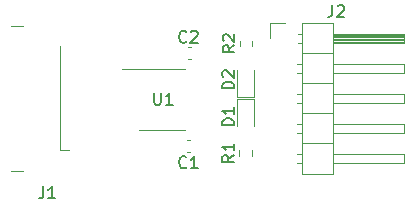
<source format=gbr>
%TF.GenerationSoftware,KiCad,Pcbnew,(5.1.10)-1*%
%TF.CreationDate,2021-10-08T00:02:28+08:00*%
%TF.ProjectId,Usb-ttl,5573622d-7474-46c2-9e6b-696361645f70,rev?*%
%TF.SameCoordinates,Original*%
%TF.FileFunction,Legend,Top*%
%TF.FilePolarity,Positive*%
%FSLAX46Y46*%
G04 Gerber Fmt 4.6, Leading zero omitted, Abs format (unit mm)*
G04 Created by KiCad (PCBNEW (5.1.10)-1) date 2021-10-08 00:02:28*
%MOMM*%
%LPD*%
G01*
G04 APERTURE LIST*
%ADD10C,0.120000*%
%ADD11C,0.150000*%
%ADD12O,1.800000X1.800000*%
%ADD13O,3.600000X2.000000*%
%ADD14C,1.200000*%
G04 APERTURE END LIST*
D10*
%TO.C,D2*%
X120435000Y-91897500D02*
X120435000Y-89612500D01*
X118965000Y-91897500D02*
X120435000Y-91897500D01*
X118965000Y-89612500D02*
X118965000Y-91897500D01*
%TO.C,D1*%
X120435000Y-94325000D02*
X120435000Y-92040000D01*
X120435000Y-92040000D02*
X118965000Y-92040000D01*
X118965000Y-92040000D02*
X118965000Y-94325000D01*
%TO.C,U1*%
X112650000Y-94660000D02*
X114600000Y-94660000D01*
X112650000Y-94660000D02*
X110700000Y-94660000D01*
X112650000Y-89540000D02*
X114600000Y-89540000D01*
X112650000Y-89540000D02*
X109200000Y-89540000D01*
%TO.C,R2*%
X119202500Y-87112742D02*
X119202500Y-87587258D01*
X120247500Y-87112742D02*
X120247500Y-87587258D01*
%TO.C,R1*%
X120222500Y-96862258D02*
X120222500Y-96387742D01*
X119177500Y-96862258D02*
X119177500Y-96387742D01*
%TO.C,J2*%
X121730000Y-85650000D02*
X123000000Y-85650000D01*
X121730000Y-86920000D02*
X121730000Y-85650000D01*
X124042929Y-97460000D02*
X124440000Y-97460000D01*
X124042929Y-96700000D02*
X124440000Y-96700000D01*
X133100000Y-97460000D02*
X127100000Y-97460000D01*
X133100000Y-96700000D02*
X133100000Y-97460000D01*
X127100000Y-96700000D02*
X133100000Y-96700000D01*
X124440000Y-95810000D02*
X127100000Y-95810000D01*
X124042929Y-94920000D02*
X124440000Y-94920000D01*
X124042929Y-94160000D02*
X124440000Y-94160000D01*
X133100000Y-94920000D02*
X127100000Y-94920000D01*
X133100000Y-94160000D02*
X133100000Y-94920000D01*
X127100000Y-94160000D02*
X133100000Y-94160000D01*
X124440000Y-93270000D02*
X127100000Y-93270000D01*
X124042929Y-92380000D02*
X124440000Y-92380000D01*
X124042929Y-91620000D02*
X124440000Y-91620000D01*
X133100000Y-92380000D02*
X127100000Y-92380000D01*
X133100000Y-91620000D02*
X133100000Y-92380000D01*
X127100000Y-91620000D02*
X133100000Y-91620000D01*
X124440000Y-90730000D02*
X127100000Y-90730000D01*
X124042929Y-89840000D02*
X124440000Y-89840000D01*
X124042929Y-89080000D02*
X124440000Y-89080000D01*
X133100000Y-89840000D02*
X127100000Y-89840000D01*
X133100000Y-89080000D02*
X133100000Y-89840000D01*
X127100000Y-89080000D02*
X133100000Y-89080000D01*
X124440000Y-88190000D02*
X127100000Y-88190000D01*
X124110000Y-87300000D02*
X124440000Y-87300000D01*
X124110000Y-86540000D02*
X124440000Y-86540000D01*
X127100000Y-87200000D02*
X133100000Y-87200000D01*
X127100000Y-87080000D02*
X133100000Y-87080000D01*
X127100000Y-86960000D02*
X133100000Y-86960000D01*
X127100000Y-86840000D02*
X133100000Y-86840000D01*
X127100000Y-86720000D02*
X133100000Y-86720000D01*
X127100000Y-86600000D02*
X133100000Y-86600000D01*
X133100000Y-87300000D02*
X127100000Y-87300000D01*
X133100000Y-86540000D02*
X133100000Y-87300000D01*
X127100000Y-86540000D02*
X133100000Y-86540000D01*
X127100000Y-85590000D02*
X124440000Y-85590000D01*
X127100000Y-98410000D02*
X127100000Y-85590000D01*
X124440000Y-98410000D02*
X127100000Y-98410000D01*
X124440000Y-85590000D02*
X124440000Y-98410000D01*
%TO.C,J1*%
X104020000Y-96400000D02*
X104020000Y-87600000D01*
X100850000Y-98145000D02*
X99800000Y-98145000D01*
X100850000Y-85855000D02*
X99800000Y-85855000D01*
X104020000Y-96400000D02*
X104775000Y-96400000D01*
%TO.C,C2*%
X115090580Y-87665000D02*
X114809420Y-87665000D01*
X115090580Y-88685000D02*
X114809420Y-88685000D01*
%TO.C,C1*%
X114990580Y-95515000D02*
X114709420Y-95515000D01*
X114990580Y-96535000D02*
X114709420Y-96535000D01*
%TO.C,D2*%
D11*
X118722380Y-91150595D02*
X117722380Y-91150595D01*
X117722380Y-90912500D01*
X117770000Y-90769642D01*
X117865238Y-90674404D01*
X117960476Y-90626785D01*
X118150952Y-90579166D01*
X118293809Y-90579166D01*
X118484285Y-90626785D01*
X118579523Y-90674404D01*
X118674761Y-90769642D01*
X118722380Y-90912500D01*
X118722380Y-91150595D01*
X117817619Y-90198214D02*
X117770000Y-90150595D01*
X117722380Y-90055357D01*
X117722380Y-89817261D01*
X117770000Y-89722023D01*
X117817619Y-89674404D01*
X117912857Y-89626785D01*
X118008095Y-89626785D01*
X118150952Y-89674404D01*
X118722380Y-90245833D01*
X118722380Y-89626785D01*
%TO.C,D1*%
X118727380Y-94263095D02*
X117727380Y-94263095D01*
X117727380Y-94025000D01*
X117775000Y-93882142D01*
X117870238Y-93786904D01*
X117965476Y-93739285D01*
X118155952Y-93691666D01*
X118298809Y-93691666D01*
X118489285Y-93739285D01*
X118584523Y-93786904D01*
X118679761Y-93882142D01*
X118727380Y-94025000D01*
X118727380Y-94263095D01*
X118727380Y-92739285D02*
X118727380Y-93310714D01*
X118727380Y-93025000D02*
X117727380Y-93025000D01*
X117870238Y-93120238D01*
X117965476Y-93215476D01*
X118013095Y-93310714D01*
%TO.C,U1*%
X111963095Y-91527380D02*
X111963095Y-92336904D01*
X112010714Y-92432142D01*
X112058333Y-92479761D01*
X112153571Y-92527380D01*
X112344047Y-92527380D01*
X112439285Y-92479761D01*
X112486904Y-92432142D01*
X112534523Y-92336904D01*
X112534523Y-91527380D01*
X113534523Y-92527380D02*
X112963095Y-92527380D01*
X113248809Y-92527380D02*
X113248809Y-91527380D01*
X113153571Y-91670238D01*
X113058333Y-91765476D01*
X112963095Y-91813095D01*
%TO.C,R2*%
X118752380Y-87516666D02*
X118276190Y-87850000D01*
X118752380Y-88088095D02*
X117752380Y-88088095D01*
X117752380Y-87707142D01*
X117800000Y-87611904D01*
X117847619Y-87564285D01*
X117942857Y-87516666D01*
X118085714Y-87516666D01*
X118180952Y-87564285D01*
X118228571Y-87611904D01*
X118276190Y-87707142D01*
X118276190Y-88088095D01*
X117847619Y-87135714D02*
X117800000Y-87088095D01*
X117752380Y-86992857D01*
X117752380Y-86754761D01*
X117800000Y-86659523D01*
X117847619Y-86611904D01*
X117942857Y-86564285D01*
X118038095Y-86564285D01*
X118180952Y-86611904D01*
X118752380Y-87183333D01*
X118752380Y-86564285D01*
%TO.C,R1*%
X118722380Y-96791666D02*
X118246190Y-97125000D01*
X118722380Y-97363095D02*
X117722380Y-97363095D01*
X117722380Y-96982142D01*
X117770000Y-96886904D01*
X117817619Y-96839285D01*
X117912857Y-96791666D01*
X118055714Y-96791666D01*
X118150952Y-96839285D01*
X118198571Y-96886904D01*
X118246190Y-96982142D01*
X118246190Y-97363095D01*
X118722380Y-95839285D02*
X118722380Y-96410714D01*
X118722380Y-96125000D02*
X117722380Y-96125000D01*
X117865238Y-96220238D01*
X117960476Y-96315476D01*
X118008095Y-96410714D01*
%TO.C,J2*%
X127051666Y-84102380D02*
X127051666Y-84816666D01*
X127004047Y-84959523D01*
X126908809Y-85054761D01*
X126765952Y-85102380D01*
X126670714Y-85102380D01*
X127480238Y-84197619D02*
X127527857Y-84150000D01*
X127623095Y-84102380D01*
X127861190Y-84102380D01*
X127956428Y-84150000D01*
X128004047Y-84197619D01*
X128051666Y-84292857D01*
X128051666Y-84388095D01*
X128004047Y-84530952D01*
X127432619Y-85102380D01*
X128051666Y-85102380D01*
%TO.C,J1*%
X102566666Y-99452380D02*
X102566666Y-100166666D01*
X102519047Y-100309523D01*
X102423809Y-100404761D01*
X102280952Y-100452380D01*
X102185714Y-100452380D01*
X103566666Y-100452380D02*
X102995238Y-100452380D01*
X103280952Y-100452380D02*
X103280952Y-99452380D01*
X103185714Y-99595238D01*
X103090476Y-99690476D01*
X102995238Y-99738095D01*
%TO.C,C2*%
X114683333Y-87182142D02*
X114635714Y-87229761D01*
X114492857Y-87277380D01*
X114397619Y-87277380D01*
X114254761Y-87229761D01*
X114159523Y-87134523D01*
X114111904Y-87039285D01*
X114064285Y-86848809D01*
X114064285Y-86705952D01*
X114111904Y-86515476D01*
X114159523Y-86420238D01*
X114254761Y-86325000D01*
X114397619Y-86277380D01*
X114492857Y-86277380D01*
X114635714Y-86325000D01*
X114683333Y-86372619D01*
X115064285Y-86372619D02*
X115111904Y-86325000D01*
X115207142Y-86277380D01*
X115445238Y-86277380D01*
X115540476Y-86325000D01*
X115588095Y-86372619D01*
X115635714Y-86467857D01*
X115635714Y-86563095D01*
X115588095Y-86705952D01*
X115016666Y-87277380D01*
X115635714Y-87277380D01*
%TO.C,C1*%
X114683333Y-97812142D02*
X114635714Y-97859761D01*
X114492857Y-97907380D01*
X114397619Y-97907380D01*
X114254761Y-97859761D01*
X114159523Y-97764523D01*
X114111904Y-97669285D01*
X114064285Y-97478809D01*
X114064285Y-97335952D01*
X114111904Y-97145476D01*
X114159523Y-97050238D01*
X114254761Y-96955000D01*
X114397619Y-96907380D01*
X114492857Y-96907380D01*
X114635714Y-96955000D01*
X114683333Y-97002619D01*
X115635714Y-97907380D02*
X115064285Y-97907380D01*
X115350000Y-97907380D02*
X115350000Y-96907380D01*
X115254761Y-97050238D01*
X115159523Y-97145476D01*
X115064285Y-97193095D01*
%TD*%
%LPC*%
%TO.C,D2*%
G36*
G01*
X119981250Y-90112500D02*
X119418750Y-90112500D01*
G75*
G02*
X119175000Y-89868750I0J243750D01*
G01*
X119175000Y-89381250D01*
G75*
G02*
X119418750Y-89137500I243750J0D01*
G01*
X119981250Y-89137500D01*
G75*
G02*
X120225000Y-89381250I0J-243750D01*
G01*
X120225000Y-89868750D01*
G75*
G02*
X119981250Y-90112500I-243750J0D01*
G01*
G37*
G36*
G01*
X119981250Y-91687500D02*
X119418750Y-91687500D01*
G75*
G02*
X119175000Y-91443750I0J243750D01*
G01*
X119175000Y-90956250D01*
G75*
G02*
X119418750Y-90712500I243750J0D01*
G01*
X119981250Y-90712500D01*
G75*
G02*
X120225000Y-90956250I0J-243750D01*
G01*
X120225000Y-91443750D01*
G75*
G02*
X119981250Y-91687500I-243750J0D01*
G01*
G37*
%TD*%
%TO.C,D1*%
G36*
G01*
X119418750Y-92250000D02*
X119981250Y-92250000D01*
G75*
G02*
X120225000Y-92493750I0J-243750D01*
G01*
X120225000Y-92981250D01*
G75*
G02*
X119981250Y-93225000I-243750J0D01*
G01*
X119418750Y-93225000D01*
G75*
G02*
X119175000Y-92981250I0J243750D01*
G01*
X119175000Y-92493750D01*
G75*
G02*
X119418750Y-92250000I243750J0D01*
G01*
G37*
G36*
G01*
X119418750Y-93825000D02*
X119981250Y-93825000D01*
G75*
G02*
X120225000Y-94068750I0J-243750D01*
G01*
X120225000Y-94556250D01*
G75*
G02*
X119981250Y-94800000I-243750J0D01*
G01*
X119418750Y-94800000D01*
G75*
G02*
X119175000Y-94556250I0J243750D01*
G01*
X119175000Y-94068750D01*
G75*
G02*
X119418750Y-93825000I243750J0D01*
G01*
G37*
%TD*%
%TO.C,U1*%
G36*
G01*
X109150000Y-90370000D02*
X109150000Y-90020000D01*
G75*
G02*
X109325000Y-89845000I175000J0D01*
G01*
X111025000Y-89845000D01*
G75*
G02*
X111200000Y-90020000I0J-175000D01*
G01*
X111200000Y-90370000D01*
G75*
G02*
X111025000Y-90545000I-175000J0D01*
G01*
X109325000Y-90545000D01*
G75*
G02*
X109150000Y-90370000I0J175000D01*
G01*
G37*
G36*
G01*
X109150000Y-91640000D02*
X109150000Y-91290000D01*
G75*
G02*
X109325000Y-91115000I175000J0D01*
G01*
X111025000Y-91115000D01*
G75*
G02*
X111200000Y-91290000I0J-175000D01*
G01*
X111200000Y-91640000D01*
G75*
G02*
X111025000Y-91815000I-175000J0D01*
G01*
X109325000Y-91815000D01*
G75*
G02*
X109150000Y-91640000I0J175000D01*
G01*
G37*
G36*
G01*
X109150000Y-92910000D02*
X109150000Y-92560000D01*
G75*
G02*
X109325000Y-92385000I175000J0D01*
G01*
X111025000Y-92385000D01*
G75*
G02*
X111200000Y-92560000I0J-175000D01*
G01*
X111200000Y-92910000D01*
G75*
G02*
X111025000Y-93085000I-175000J0D01*
G01*
X109325000Y-93085000D01*
G75*
G02*
X109150000Y-92910000I0J175000D01*
G01*
G37*
G36*
G01*
X109150000Y-94180000D02*
X109150000Y-93830000D01*
G75*
G02*
X109325000Y-93655000I175000J0D01*
G01*
X111025000Y-93655000D01*
G75*
G02*
X111200000Y-93830000I0J-175000D01*
G01*
X111200000Y-94180000D01*
G75*
G02*
X111025000Y-94355000I-175000J0D01*
G01*
X109325000Y-94355000D01*
G75*
G02*
X109150000Y-94180000I0J175000D01*
G01*
G37*
G36*
G01*
X114100000Y-94180000D02*
X114100000Y-93830000D01*
G75*
G02*
X114275000Y-93655000I175000J0D01*
G01*
X115975000Y-93655000D01*
G75*
G02*
X116150000Y-93830000I0J-175000D01*
G01*
X116150000Y-94180000D01*
G75*
G02*
X115975000Y-94355000I-175000J0D01*
G01*
X114275000Y-94355000D01*
G75*
G02*
X114100000Y-94180000I0J175000D01*
G01*
G37*
G36*
G01*
X114100000Y-92910000D02*
X114100000Y-92560000D01*
G75*
G02*
X114275000Y-92385000I175000J0D01*
G01*
X115975000Y-92385000D01*
G75*
G02*
X116150000Y-92560000I0J-175000D01*
G01*
X116150000Y-92910000D01*
G75*
G02*
X115975000Y-93085000I-175000J0D01*
G01*
X114275000Y-93085000D01*
G75*
G02*
X114100000Y-92910000I0J175000D01*
G01*
G37*
G36*
G01*
X114100000Y-91640000D02*
X114100000Y-91290000D01*
G75*
G02*
X114275000Y-91115000I175000J0D01*
G01*
X115975000Y-91115000D01*
G75*
G02*
X116150000Y-91290000I0J-175000D01*
G01*
X116150000Y-91640000D01*
G75*
G02*
X115975000Y-91815000I-175000J0D01*
G01*
X114275000Y-91815000D01*
G75*
G02*
X114100000Y-91640000I0J175000D01*
G01*
G37*
G36*
G01*
X114100000Y-90370000D02*
X114100000Y-90020000D01*
G75*
G02*
X114275000Y-89845000I175000J0D01*
G01*
X115975000Y-89845000D01*
G75*
G02*
X116150000Y-90020000I0J-175000D01*
G01*
X116150000Y-90370000D01*
G75*
G02*
X115975000Y-90545000I-175000J0D01*
G01*
X114275000Y-90545000D01*
G75*
G02*
X114100000Y-90370000I0J175000D01*
G01*
G37*
%TD*%
%TO.C,R2*%
G36*
G01*
X119425000Y-87725000D02*
X120025000Y-87725000D01*
G75*
G02*
X120250000Y-87950000I0J-225000D01*
G01*
X120250000Y-88400000D01*
G75*
G02*
X120025000Y-88625000I-225000J0D01*
G01*
X119425000Y-88625000D01*
G75*
G02*
X119200000Y-88400000I0J225000D01*
G01*
X119200000Y-87950000D01*
G75*
G02*
X119425000Y-87725000I225000J0D01*
G01*
G37*
G36*
G01*
X119425000Y-86075000D02*
X120025000Y-86075000D01*
G75*
G02*
X120250000Y-86300000I0J-225000D01*
G01*
X120250000Y-86750000D01*
G75*
G02*
X120025000Y-86975000I-225000J0D01*
G01*
X119425000Y-86975000D01*
G75*
G02*
X119200000Y-86750000I0J225000D01*
G01*
X119200000Y-86300000D01*
G75*
G02*
X119425000Y-86075000I225000J0D01*
G01*
G37*
%TD*%
%TO.C,R1*%
G36*
G01*
X120000000Y-96250000D02*
X119400000Y-96250000D01*
G75*
G02*
X119175000Y-96025000I0J225000D01*
G01*
X119175000Y-95575000D01*
G75*
G02*
X119400000Y-95350000I225000J0D01*
G01*
X120000000Y-95350000D01*
G75*
G02*
X120225000Y-95575000I0J-225000D01*
G01*
X120225000Y-96025000D01*
G75*
G02*
X120000000Y-96250000I-225000J0D01*
G01*
G37*
G36*
G01*
X120000000Y-97900000D02*
X119400000Y-97900000D01*
G75*
G02*
X119175000Y-97675000I0J225000D01*
G01*
X119175000Y-97225000D01*
G75*
G02*
X119400000Y-97000000I225000J0D01*
G01*
X120000000Y-97000000D01*
G75*
G02*
X120225000Y-97225000I0J-225000D01*
G01*
X120225000Y-97675000D01*
G75*
G02*
X120000000Y-97900000I-225000J0D01*
G01*
G37*
%TD*%
D12*
%TO.C,J2*%
X123000000Y-97080000D03*
X123000000Y-94540000D03*
X123000000Y-92000000D03*
X123000000Y-89460000D03*
G36*
G01*
X122100000Y-87770000D02*
X122100000Y-86070000D01*
G75*
G02*
X122150000Y-86020000I50000J0D01*
G01*
X123850000Y-86020000D01*
G75*
G02*
X123900000Y-86070000I0J-50000D01*
G01*
X123900000Y-87770000D01*
G75*
G02*
X123850000Y-87820000I-50000J0D01*
G01*
X122150000Y-87820000D01*
G75*
G02*
X122100000Y-87770000I0J50000D01*
G01*
G37*
%TD*%
%TO.C,J1*%
G36*
G01*
X106950000Y-92450000D02*
X106950000Y-93550000D01*
G75*
G02*
X106900000Y-93600000I-50000J0D01*
G01*
X104400000Y-93600000D01*
G75*
G02*
X104350000Y-93550000I0J50000D01*
G01*
X104350000Y-92450000D01*
G75*
G02*
X104400000Y-92400000I50000J0D01*
G01*
X106900000Y-92400000D01*
G75*
G02*
X106950000Y-92450000I0J-50000D01*
G01*
G37*
G36*
G01*
X106950000Y-90450000D02*
X106950000Y-91550000D01*
G75*
G02*
X106900000Y-91600000I-50000J0D01*
G01*
X104400000Y-91600000D01*
G75*
G02*
X104350000Y-91550000I0J50000D01*
G01*
X104350000Y-90450000D01*
G75*
G02*
X104400000Y-90400000I50000J0D01*
G01*
X106900000Y-90400000D01*
G75*
G02*
X106950000Y-90450000I0J-50000D01*
G01*
G37*
G36*
G01*
X106950000Y-94950000D02*
X106950000Y-96050000D01*
G75*
G02*
X106900000Y-96100000I-50000J0D01*
G01*
X104400000Y-96100000D01*
G75*
G02*
X104350000Y-96050000I0J50000D01*
G01*
X104350000Y-94950000D01*
G75*
G02*
X104400000Y-94900000I50000J0D01*
G01*
X106900000Y-94900000D01*
G75*
G02*
X106950000Y-94950000I0J-50000D01*
G01*
G37*
G36*
G01*
X106950000Y-87950000D02*
X106950000Y-89050000D01*
G75*
G02*
X106900000Y-89100000I-50000J0D01*
G01*
X104400000Y-89100000D01*
G75*
G02*
X104350000Y-89050000I0J50000D01*
G01*
X104350000Y-87950000D01*
G75*
G02*
X104400000Y-87900000I50000J0D01*
G01*
X106900000Y-87900000D01*
G75*
G02*
X106950000Y-87950000I0J-50000D01*
G01*
G37*
D13*
X102900000Y-97700000D03*
X102900000Y-86300000D03*
D14*
X102900000Y-94300000D03*
X102900000Y-89700000D03*
%TD*%
%TO.C,C2*%
G36*
G01*
X114675000Y-87900000D02*
X114675000Y-88450000D01*
G75*
G02*
X114425000Y-88700000I-250000J0D01*
G01*
X113925000Y-88700000D01*
G75*
G02*
X113675000Y-88450000I0J250000D01*
G01*
X113675000Y-87900000D01*
G75*
G02*
X113925000Y-87650000I250000J0D01*
G01*
X114425000Y-87650000D01*
G75*
G02*
X114675000Y-87900000I0J-250000D01*
G01*
G37*
G36*
G01*
X116225000Y-87900000D02*
X116225000Y-88450000D01*
G75*
G02*
X115975000Y-88700000I-250000J0D01*
G01*
X115475000Y-88700000D01*
G75*
G02*
X115225000Y-88450000I0J250000D01*
G01*
X115225000Y-87900000D01*
G75*
G02*
X115475000Y-87650000I250000J0D01*
G01*
X115975000Y-87650000D01*
G75*
G02*
X116225000Y-87900000I0J-250000D01*
G01*
G37*
%TD*%
%TO.C,C1*%
G36*
G01*
X114575000Y-95750000D02*
X114575000Y-96300000D01*
G75*
G02*
X114325000Y-96550000I-250000J0D01*
G01*
X113825000Y-96550000D01*
G75*
G02*
X113575000Y-96300000I0J250000D01*
G01*
X113575000Y-95750000D01*
G75*
G02*
X113825000Y-95500000I250000J0D01*
G01*
X114325000Y-95500000D01*
G75*
G02*
X114575000Y-95750000I0J-250000D01*
G01*
G37*
G36*
G01*
X116125000Y-95750000D02*
X116125000Y-96300000D01*
G75*
G02*
X115875000Y-96550000I-250000J0D01*
G01*
X115375000Y-96550000D01*
G75*
G02*
X115125000Y-96300000I0J250000D01*
G01*
X115125000Y-95750000D01*
G75*
G02*
X115375000Y-95500000I250000J0D01*
G01*
X115875000Y-95500000D01*
G75*
G02*
X116125000Y-95750000I0J-250000D01*
G01*
G37*
%TD*%
M02*

</source>
